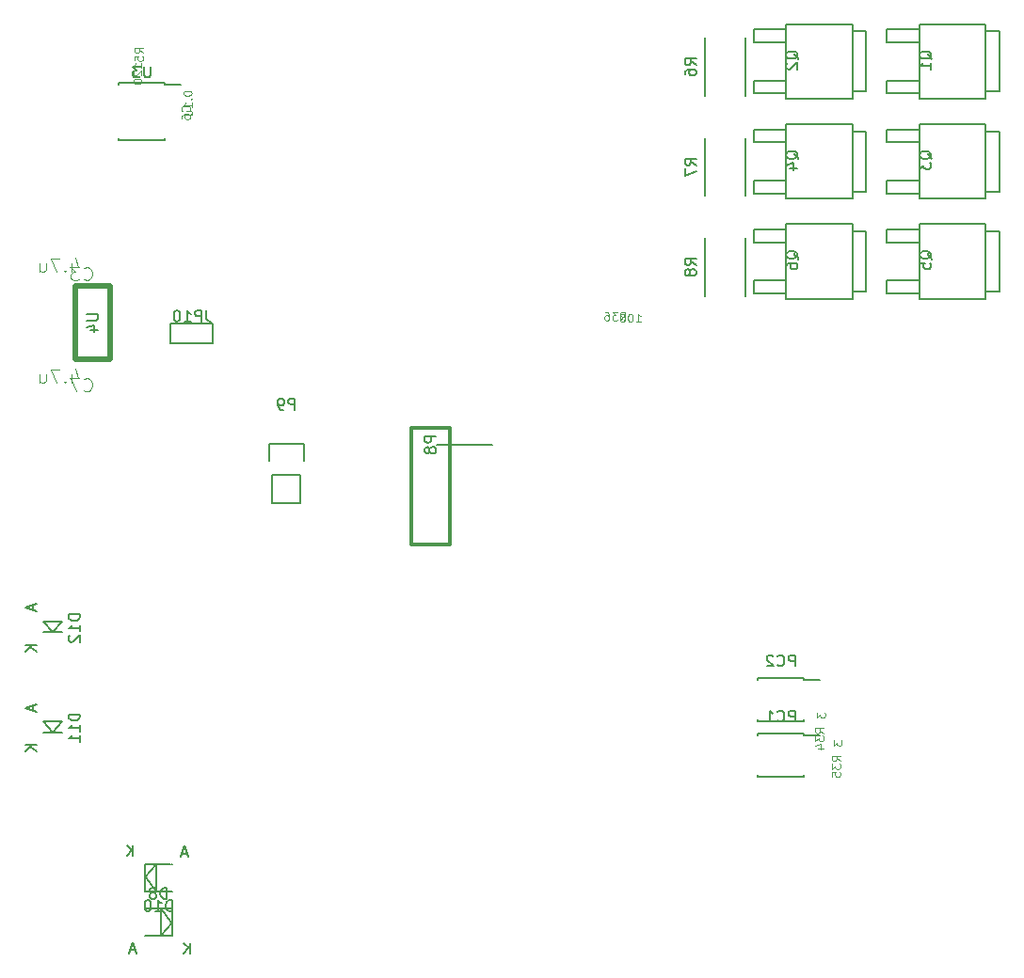
<source format=gbr>
G04 #@! TF.FileFunction,Legend,Bot*
%FSLAX46Y46*%
G04 Gerber Fmt 4.6, Leading zero omitted, Abs format (unit mm)*
G04 Created by KiCad (PCBNEW 4.0.7) date 07/09/18 09:37:45*
%MOMM*%
%LPD*%
G01*
G04 APERTURE LIST*
%ADD10C,0.100000*%
%ADD11C,0.200000*%
%ADD12C,0.150000*%
%ADD13C,0.500000*%
%ADD14C,0.300000*%
%ADD15C,0.101600*%
G04 APERTURE END LIST*
D10*
D11*
X38000000Y-43000000D02*
X43000000Y-43000000D01*
D12*
X17905000Y-33889000D02*
X14095000Y-33889000D01*
X14095000Y-33889000D02*
X14095000Y-32111000D01*
X14095000Y-32111000D02*
X17905000Y-32111000D01*
X17905000Y-33889000D02*
X17905000Y-32111000D01*
X87432300Y-11205100D02*
X88626100Y-11205100D01*
X88626100Y-11205100D02*
X88626100Y-5794900D01*
X88626100Y-5794900D02*
X87419600Y-5794900D01*
X81425200Y-6772800D02*
X78516900Y-6772800D01*
X78516900Y-5629800D02*
X81425200Y-5629800D01*
X78516900Y-6772800D02*
X78516900Y-5629800D01*
X78516900Y-11370200D02*
X78516900Y-10227200D01*
X78516900Y-10227200D02*
X81425200Y-10227200D01*
X81425200Y-11370200D02*
X78516900Y-11370200D01*
X81425200Y-5147200D02*
X87419600Y-5147200D01*
X87419600Y-5147200D02*
X87419600Y-11852800D01*
X87419600Y-11852800D02*
X81425200Y-11852800D01*
X81425200Y-5147200D02*
X81425200Y-11852800D01*
X75432300Y-11205100D02*
X76626100Y-11205100D01*
X76626100Y-11205100D02*
X76626100Y-5794900D01*
X76626100Y-5794900D02*
X75419600Y-5794900D01*
X69425200Y-6772800D02*
X66516900Y-6772800D01*
X66516900Y-5629800D02*
X69425200Y-5629800D01*
X66516900Y-6772800D02*
X66516900Y-5629800D01*
X66516900Y-11370200D02*
X66516900Y-10227200D01*
X66516900Y-10227200D02*
X69425200Y-10227200D01*
X69425200Y-11370200D02*
X66516900Y-11370200D01*
X69425200Y-5147200D02*
X75419600Y-5147200D01*
X75419600Y-5147200D02*
X75419600Y-11852800D01*
X75419600Y-11852800D02*
X69425200Y-11852800D01*
X69425200Y-5147200D02*
X69425200Y-11852800D01*
X87432300Y-20205100D02*
X88626100Y-20205100D01*
X88626100Y-20205100D02*
X88626100Y-14794900D01*
X88626100Y-14794900D02*
X87419600Y-14794900D01*
X81425200Y-15772800D02*
X78516900Y-15772800D01*
X78516900Y-14629800D02*
X81425200Y-14629800D01*
X78516900Y-15772800D02*
X78516900Y-14629800D01*
X78516900Y-20370200D02*
X78516900Y-19227200D01*
X78516900Y-19227200D02*
X81425200Y-19227200D01*
X81425200Y-20370200D02*
X78516900Y-20370200D01*
X81425200Y-14147200D02*
X87419600Y-14147200D01*
X87419600Y-14147200D02*
X87419600Y-20852800D01*
X87419600Y-20852800D02*
X81425200Y-20852800D01*
X81425200Y-14147200D02*
X81425200Y-20852800D01*
X75432300Y-20205100D02*
X76626100Y-20205100D01*
X76626100Y-20205100D02*
X76626100Y-14794900D01*
X76626100Y-14794900D02*
X75419600Y-14794900D01*
X69425200Y-15772800D02*
X66516900Y-15772800D01*
X66516900Y-14629800D02*
X69425200Y-14629800D01*
X66516900Y-15772800D02*
X66516900Y-14629800D01*
X66516900Y-20370200D02*
X66516900Y-19227200D01*
X66516900Y-19227200D02*
X69425200Y-19227200D01*
X69425200Y-20370200D02*
X66516900Y-20370200D01*
X69425200Y-14147200D02*
X75419600Y-14147200D01*
X75419600Y-14147200D02*
X75419600Y-20852800D01*
X75419600Y-20852800D02*
X69425200Y-20852800D01*
X69425200Y-14147200D02*
X69425200Y-20852800D01*
X87432300Y-29205100D02*
X88626100Y-29205100D01*
X88626100Y-29205100D02*
X88626100Y-23794900D01*
X88626100Y-23794900D02*
X87419600Y-23794900D01*
X81425200Y-24772800D02*
X78516900Y-24772800D01*
X78516900Y-23629800D02*
X81425200Y-23629800D01*
X78516900Y-24772800D02*
X78516900Y-23629800D01*
X78516900Y-29370200D02*
X78516900Y-28227200D01*
X78516900Y-28227200D02*
X81425200Y-28227200D01*
X81425200Y-29370200D02*
X78516900Y-29370200D01*
X81425200Y-23147200D02*
X87419600Y-23147200D01*
X87419600Y-23147200D02*
X87419600Y-29852800D01*
X87419600Y-29852800D02*
X81425200Y-29852800D01*
X81425200Y-23147200D02*
X81425200Y-29852800D01*
X75432300Y-29205100D02*
X76626100Y-29205100D01*
X76626100Y-29205100D02*
X76626100Y-23794900D01*
X76626100Y-23794900D02*
X75419600Y-23794900D01*
X69425200Y-24772800D02*
X66516900Y-24772800D01*
X66516900Y-23629800D02*
X69425200Y-23629800D01*
X66516900Y-24772800D02*
X66516900Y-23629800D01*
X66516900Y-29370200D02*
X66516900Y-28227200D01*
X66516900Y-28227200D02*
X69425200Y-28227200D01*
X69425200Y-29370200D02*
X66516900Y-29370200D01*
X69425200Y-23147200D02*
X75419600Y-23147200D01*
X75419600Y-23147200D02*
X75419600Y-29852800D01*
X75419600Y-29852800D02*
X69425200Y-29852800D01*
X69425200Y-23147200D02*
X69425200Y-29852800D01*
X13575000Y-10425000D02*
X13575000Y-10570000D01*
X9425000Y-10425000D02*
X9425000Y-10570000D01*
X9425000Y-15575000D02*
X9425000Y-15430000D01*
X13575000Y-15575000D02*
X13575000Y-15430000D01*
X13575000Y-10425000D02*
X9425000Y-10425000D01*
X13575000Y-15575000D02*
X9425000Y-15575000D01*
X13575000Y-10570000D02*
X14975000Y-10570000D01*
D13*
X5500000Y-35300000D02*
X8600000Y-35300000D01*
X5500000Y-28700000D02*
X8600000Y-28700000D01*
X8600000Y-28700000D02*
X8600000Y-35300000D01*
X5500000Y-28700000D02*
X5500000Y-35300000D01*
D14*
X35700000Y-41500000D02*
X35700000Y-52000000D01*
X35700000Y-52000000D02*
X39200000Y-52000000D01*
X39200000Y-52000000D02*
X39200000Y-41500000D01*
X39200000Y-41500000D02*
X35700000Y-41500000D01*
D12*
X23230000Y-45770000D02*
X23230000Y-48310000D01*
X22950000Y-42950000D02*
X22950000Y-44500000D01*
X23230000Y-45770000D02*
X25770000Y-45770000D01*
X26050000Y-44500000D02*
X26050000Y-42950000D01*
X26050000Y-42950000D02*
X22950000Y-42950000D01*
X25770000Y-45770000D02*
X25770000Y-48310000D01*
X25770000Y-48310000D02*
X23230000Y-48310000D01*
X14150620Y-86000000D02*
X13200660Y-84750320D01*
X13200660Y-84750320D02*
X13200660Y-87249680D01*
X13200660Y-87249680D02*
X14198880Y-86000000D01*
X14198880Y-84750320D02*
X14198880Y-87249680D01*
X11900180Y-84750320D02*
X11801120Y-84750320D01*
X11900180Y-87249680D02*
X11801120Y-87249680D01*
X14198880Y-84750320D02*
X11849380Y-84750320D01*
X14198880Y-87249680D02*
X11950980Y-87249680D01*
X11849380Y-82000000D02*
X12799340Y-83249680D01*
X12799340Y-83249680D02*
X12799340Y-80750320D01*
X12799340Y-80750320D02*
X11801120Y-82000000D01*
X11801120Y-83249680D02*
X11801120Y-80750320D01*
X14099820Y-83249680D02*
X14198880Y-83249680D01*
X14099820Y-80750320D02*
X14198880Y-80750320D01*
X11801120Y-83249680D02*
X14150620Y-83249680D01*
X11801120Y-80750320D02*
X14049020Y-80750320D01*
X3449200Y-68900240D02*
X4350000Y-67899480D01*
X4350000Y-67899480D02*
X2650000Y-67899480D01*
X2650000Y-67899480D02*
X3500000Y-68900240D01*
X4350000Y-68900240D02*
X2650000Y-68900240D01*
X3449200Y-59900240D02*
X4350000Y-58899480D01*
X4350000Y-58899480D02*
X2650000Y-58899480D01*
X2650000Y-58899480D02*
X3500000Y-59900240D01*
X4350000Y-59900240D02*
X2650000Y-59900240D01*
X65825000Y-11600000D02*
X65825000Y-6400000D01*
X62175000Y-6400000D02*
X62175000Y-11600000D01*
X65825000Y-20600000D02*
X65825000Y-15400000D01*
X62175000Y-15400000D02*
X62175000Y-20600000D01*
X65825000Y-29600000D02*
X65825000Y-24400000D01*
X62175000Y-24400000D02*
X62175000Y-29600000D01*
X71075000Y-69025000D02*
X71075000Y-69170000D01*
X66925000Y-69025000D02*
X66925000Y-69170000D01*
X66925000Y-72875000D02*
X66925000Y-72730000D01*
X71075000Y-72875000D02*
X71075000Y-72730000D01*
X71075000Y-69025000D02*
X66925000Y-69025000D01*
X71075000Y-72875000D02*
X66925000Y-72875000D01*
X71075000Y-69170000D02*
X72475000Y-69170000D01*
X71075000Y-64025000D02*
X71075000Y-64170000D01*
X66925000Y-64025000D02*
X66925000Y-64170000D01*
X66925000Y-67875000D02*
X66925000Y-67730000D01*
X71075000Y-67875000D02*
X71075000Y-67730000D01*
X71075000Y-64025000D02*
X66925000Y-64025000D01*
X71075000Y-67875000D02*
X66925000Y-67875000D01*
X71075000Y-64170000D02*
X72475000Y-64170000D01*
X17309523Y-30928381D02*
X17309523Y-31642667D01*
X17357143Y-31785524D01*
X17452381Y-31880762D01*
X17595238Y-31928381D01*
X17690476Y-31928381D01*
X16833333Y-31928381D02*
X16833333Y-30928381D01*
X16452380Y-30928381D01*
X16357142Y-30976000D01*
X16309523Y-31023619D01*
X16261904Y-31118857D01*
X16261904Y-31261714D01*
X16309523Y-31356952D01*
X16357142Y-31404571D01*
X16452380Y-31452190D01*
X16833333Y-31452190D01*
X15309523Y-31928381D02*
X15880952Y-31928381D01*
X15595238Y-31928381D02*
X15595238Y-30928381D01*
X15690476Y-31071238D01*
X15785714Y-31166476D01*
X15880952Y-31214095D01*
X14690476Y-30928381D02*
X14595237Y-30928381D01*
X14499999Y-30976000D01*
X14452380Y-31023619D01*
X14404761Y-31118857D01*
X14357142Y-31309333D01*
X14357142Y-31547429D01*
X14404761Y-31737905D01*
X14452380Y-31833143D01*
X14499999Y-31880762D01*
X14595237Y-31928381D01*
X14690476Y-31928381D01*
X14785714Y-31880762D01*
X14833333Y-31833143D01*
X14880952Y-31737905D01*
X14928571Y-31547429D01*
X14928571Y-31309333D01*
X14880952Y-31118857D01*
X14833333Y-31023619D01*
X14785714Y-30976000D01*
X14690476Y-30928381D01*
X82546859Y-8305702D02*
X82499240Y-8210464D01*
X82404002Y-8115226D01*
X82261145Y-7972369D01*
X82213526Y-7877130D01*
X82213526Y-7781892D01*
X82451621Y-7829511D02*
X82404002Y-7734273D01*
X82308764Y-7639035D01*
X82118288Y-7591416D01*
X81784954Y-7591416D01*
X81594478Y-7639035D01*
X81499240Y-7734273D01*
X81451621Y-7829511D01*
X81451621Y-8019988D01*
X81499240Y-8115226D01*
X81594478Y-8210464D01*
X81784954Y-8258083D01*
X82118288Y-8258083D01*
X82308764Y-8210464D01*
X82404002Y-8115226D01*
X82451621Y-8019988D01*
X82451621Y-7829511D01*
X82451621Y-9210464D02*
X82451621Y-8639035D01*
X82451621Y-8924749D02*
X81451621Y-8924749D01*
X81594478Y-8829511D01*
X81689716Y-8734273D01*
X81737335Y-8639035D01*
X70546859Y-8305702D02*
X70499240Y-8210464D01*
X70404002Y-8115226D01*
X70261145Y-7972369D01*
X70213526Y-7877130D01*
X70213526Y-7781892D01*
X70451621Y-7829511D02*
X70404002Y-7734273D01*
X70308764Y-7639035D01*
X70118288Y-7591416D01*
X69784954Y-7591416D01*
X69594478Y-7639035D01*
X69499240Y-7734273D01*
X69451621Y-7829511D01*
X69451621Y-8019988D01*
X69499240Y-8115226D01*
X69594478Y-8210464D01*
X69784954Y-8258083D01*
X70118288Y-8258083D01*
X70308764Y-8210464D01*
X70404002Y-8115226D01*
X70451621Y-8019988D01*
X70451621Y-7829511D01*
X69546859Y-8639035D02*
X69499240Y-8686654D01*
X69451621Y-8781892D01*
X69451621Y-9019988D01*
X69499240Y-9115226D01*
X69546859Y-9162845D01*
X69642097Y-9210464D01*
X69737335Y-9210464D01*
X69880192Y-9162845D01*
X70451621Y-8591416D01*
X70451621Y-9210464D01*
X82546859Y-17305702D02*
X82499240Y-17210464D01*
X82404002Y-17115226D01*
X82261145Y-16972369D01*
X82213526Y-16877130D01*
X82213526Y-16781892D01*
X82451621Y-16829511D02*
X82404002Y-16734273D01*
X82308764Y-16639035D01*
X82118288Y-16591416D01*
X81784954Y-16591416D01*
X81594478Y-16639035D01*
X81499240Y-16734273D01*
X81451621Y-16829511D01*
X81451621Y-17019988D01*
X81499240Y-17115226D01*
X81594478Y-17210464D01*
X81784954Y-17258083D01*
X82118288Y-17258083D01*
X82308764Y-17210464D01*
X82404002Y-17115226D01*
X82451621Y-17019988D01*
X82451621Y-16829511D01*
X81451621Y-17591416D02*
X81451621Y-18210464D01*
X81832573Y-17877130D01*
X81832573Y-18019988D01*
X81880192Y-18115226D01*
X81927811Y-18162845D01*
X82023050Y-18210464D01*
X82261145Y-18210464D01*
X82356383Y-18162845D01*
X82404002Y-18115226D01*
X82451621Y-18019988D01*
X82451621Y-17734273D01*
X82404002Y-17639035D01*
X82356383Y-17591416D01*
X70546859Y-17305702D02*
X70499240Y-17210464D01*
X70404002Y-17115226D01*
X70261145Y-16972369D01*
X70213526Y-16877130D01*
X70213526Y-16781892D01*
X70451621Y-16829511D02*
X70404002Y-16734273D01*
X70308764Y-16639035D01*
X70118288Y-16591416D01*
X69784954Y-16591416D01*
X69594478Y-16639035D01*
X69499240Y-16734273D01*
X69451621Y-16829511D01*
X69451621Y-17019988D01*
X69499240Y-17115226D01*
X69594478Y-17210464D01*
X69784954Y-17258083D01*
X70118288Y-17258083D01*
X70308764Y-17210464D01*
X70404002Y-17115226D01*
X70451621Y-17019988D01*
X70451621Y-16829511D01*
X69784954Y-18115226D02*
X70451621Y-18115226D01*
X69404002Y-17877130D02*
X70118288Y-17639035D01*
X70118288Y-18258083D01*
X82546859Y-26305702D02*
X82499240Y-26210464D01*
X82404002Y-26115226D01*
X82261145Y-25972369D01*
X82213526Y-25877130D01*
X82213526Y-25781892D01*
X82451621Y-25829511D02*
X82404002Y-25734273D01*
X82308764Y-25639035D01*
X82118288Y-25591416D01*
X81784954Y-25591416D01*
X81594478Y-25639035D01*
X81499240Y-25734273D01*
X81451621Y-25829511D01*
X81451621Y-26019988D01*
X81499240Y-26115226D01*
X81594478Y-26210464D01*
X81784954Y-26258083D01*
X82118288Y-26258083D01*
X82308764Y-26210464D01*
X82404002Y-26115226D01*
X82451621Y-26019988D01*
X82451621Y-25829511D01*
X81451621Y-27162845D02*
X81451621Y-26686654D01*
X81927811Y-26639035D01*
X81880192Y-26686654D01*
X81832573Y-26781892D01*
X81832573Y-27019988D01*
X81880192Y-27115226D01*
X81927811Y-27162845D01*
X82023050Y-27210464D01*
X82261145Y-27210464D01*
X82356383Y-27162845D01*
X82404002Y-27115226D01*
X82451621Y-27019988D01*
X82451621Y-26781892D01*
X82404002Y-26686654D01*
X82356383Y-26639035D01*
X70546859Y-26305702D02*
X70499240Y-26210464D01*
X70404002Y-26115226D01*
X70261145Y-25972369D01*
X70213526Y-25877130D01*
X70213526Y-25781892D01*
X70451621Y-25829511D02*
X70404002Y-25734273D01*
X70308764Y-25639035D01*
X70118288Y-25591416D01*
X69784954Y-25591416D01*
X69594478Y-25639035D01*
X69499240Y-25734273D01*
X69451621Y-25829511D01*
X69451621Y-26019988D01*
X69499240Y-26115226D01*
X69594478Y-26210464D01*
X69784954Y-26258083D01*
X70118288Y-26258083D01*
X70308764Y-26210464D01*
X70404002Y-26115226D01*
X70451621Y-26019988D01*
X70451621Y-25829511D01*
X69451621Y-27115226D02*
X69451621Y-26924749D01*
X69499240Y-26829511D01*
X69546859Y-26781892D01*
X69689716Y-26686654D01*
X69880192Y-26639035D01*
X70261145Y-26639035D01*
X70356383Y-26686654D01*
X70404002Y-26734273D01*
X70451621Y-26829511D01*
X70451621Y-27019988D01*
X70404002Y-27115226D01*
X70356383Y-27162845D01*
X70261145Y-27210464D01*
X70023050Y-27210464D01*
X69927811Y-27162845D01*
X69880192Y-27115226D01*
X69832573Y-27019988D01*
X69832573Y-26829511D01*
X69880192Y-26734273D01*
X69927811Y-26686654D01*
X70023050Y-26639035D01*
X12261905Y-8952381D02*
X12261905Y-9761905D01*
X12214286Y-9857143D01*
X12166667Y-9904762D01*
X12071429Y-9952381D01*
X11880952Y-9952381D01*
X11785714Y-9904762D01*
X11738095Y-9857143D01*
X11690476Y-9761905D01*
X11690476Y-8952381D01*
X11309524Y-8952381D02*
X10690476Y-8952381D01*
X11023810Y-9333333D01*
X10880952Y-9333333D01*
X10785714Y-9380952D01*
X10738095Y-9428571D01*
X10690476Y-9523810D01*
X10690476Y-9761905D01*
X10738095Y-9857143D01*
X10785714Y-9904762D01*
X10880952Y-9952381D01*
X11166667Y-9952381D01*
X11261905Y-9904762D01*
X11309524Y-9857143D01*
X6552381Y-31238095D02*
X7361905Y-31238095D01*
X7457143Y-31285714D01*
X7504762Y-31333333D01*
X7552381Y-31428571D01*
X7552381Y-31619048D01*
X7504762Y-31714286D01*
X7457143Y-31761905D01*
X7361905Y-31809524D01*
X6552381Y-31809524D01*
X6885714Y-32714286D02*
X7552381Y-32714286D01*
X6504762Y-32476190D02*
X7219048Y-32238095D01*
X7219048Y-32857143D01*
D15*
X6253310Y-28097643D02*
X6310762Y-28155095D01*
X6483119Y-28212548D01*
X6598024Y-28212548D01*
X6770381Y-28155095D01*
X6885286Y-28040190D01*
X6942738Y-27925286D01*
X7000190Y-27695476D01*
X7000190Y-27523119D01*
X6942738Y-27293310D01*
X6885286Y-27178405D01*
X6770381Y-27063500D01*
X6598024Y-27006048D01*
X6483119Y-27006048D01*
X6310762Y-27063500D01*
X6253310Y-27120952D01*
X5851143Y-27006048D02*
X5104262Y-27006048D01*
X5506429Y-27465667D01*
X5334071Y-27465667D01*
X5219167Y-27523119D01*
X5161714Y-27580571D01*
X5104262Y-27695476D01*
X5104262Y-27982738D01*
X5161714Y-28097643D01*
X5219167Y-28155095D01*
X5334071Y-28212548D01*
X5678786Y-28212548D01*
X5793690Y-28155095D01*
X5851143Y-28097643D01*
X5195667Y-26638214D02*
X5195667Y-27442548D01*
X5482929Y-26178595D02*
X5770190Y-27040381D01*
X5023310Y-27040381D01*
X4563690Y-27327643D02*
X4506238Y-27385095D01*
X4563690Y-27442548D01*
X4621142Y-27385095D01*
X4563690Y-27327643D01*
X4563690Y-27442548D01*
X4104071Y-26236048D02*
X3299738Y-26236048D01*
X3816809Y-27442548D01*
X2323047Y-26638214D02*
X2323047Y-27442548D01*
X2840118Y-26638214D02*
X2840118Y-27270190D01*
X2782666Y-27385095D01*
X2667761Y-27442548D01*
X2495404Y-27442548D01*
X2380499Y-27385095D01*
X2323047Y-27327643D01*
X6253310Y-38097643D02*
X6310762Y-38155095D01*
X6483119Y-38212548D01*
X6598024Y-38212548D01*
X6770381Y-38155095D01*
X6885286Y-38040190D01*
X6942738Y-37925286D01*
X7000190Y-37695476D01*
X7000190Y-37523119D01*
X6942738Y-37293310D01*
X6885286Y-37178405D01*
X6770381Y-37063500D01*
X6598024Y-37006048D01*
X6483119Y-37006048D01*
X6310762Y-37063500D01*
X6253310Y-37120952D01*
X5851143Y-37006048D02*
X5046810Y-37006048D01*
X5563881Y-38212548D01*
X5195667Y-36638214D02*
X5195667Y-37442548D01*
X5482929Y-36178595D02*
X5770190Y-37040381D01*
X5023310Y-37040381D01*
X4563690Y-37327643D02*
X4506238Y-37385095D01*
X4563690Y-37442548D01*
X4621142Y-37385095D01*
X4563690Y-37327643D01*
X4563690Y-37442548D01*
X4104071Y-36236048D02*
X3299738Y-36236048D01*
X3816809Y-37442548D01*
X2323047Y-36638214D02*
X2323047Y-37442548D01*
X2840118Y-36638214D02*
X2840118Y-37270190D01*
X2782666Y-37385095D01*
X2667761Y-37442548D01*
X2495404Y-37442548D01*
X2380499Y-37385095D01*
X2323047Y-37327643D01*
D10*
X15757857Y-12972143D02*
X15793571Y-12936429D01*
X15829286Y-12829286D01*
X15829286Y-12757857D01*
X15793571Y-12650714D01*
X15722143Y-12579286D01*
X15650714Y-12543571D01*
X15507857Y-12507857D01*
X15400714Y-12507857D01*
X15257857Y-12543571D01*
X15186429Y-12579286D01*
X15115000Y-12650714D01*
X15079286Y-12757857D01*
X15079286Y-12829286D01*
X15115000Y-12936429D01*
X15150714Y-12972143D01*
X15079286Y-13615000D02*
X15079286Y-13472143D01*
X15115000Y-13400714D01*
X15150714Y-13365000D01*
X15257857Y-13293571D01*
X15400714Y-13257857D01*
X15686429Y-13257857D01*
X15757857Y-13293571D01*
X15793571Y-13329286D01*
X15829286Y-13400714D01*
X15829286Y-13543571D01*
X15793571Y-13615000D01*
X15757857Y-13650714D01*
X15686429Y-13686429D01*
X15507857Y-13686429D01*
X15436429Y-13650714D01*
X15400714Y-13615000D01*
X15365000Y-13543571D01*
X15365000Y-13400714D01*
X15400714Y-13329286D01*
X15436429Y-13293571D01*
X15507857Y-13257857D01*
X15214286Y-11321429D02*
X15214286Y-11392857D01*
X15250000Y-11464286D01*
X15285714Y-11500000D01*
X15357143Y-11535714D01*
X15500000Y-11571429D01*
X15678571Y-11571429D01*
X15821429Y-11535714D01*
X15892857Y-11500000D01*
X15928571Y-11464286D01*
X15964286Y-11392857D01*
X15964286Y-11321429D01*
X15928571Y-11250000D01*
X15892857Y-11214286D01*
X15821429Y-11178571D01*
X15678571Y-11142857D01*
X15500000Y-11142857D01*
X15357143Y-11178571D01*
X15285714Y-11214286D01*
X15250000Y-11250000D01*
X15214286Y-11321429D01*
X15892857Y-11892857D02*
X15928571Y-11928572D01*
X15964286Y-11892857D01*
X15928571Y-11857143D01*
X15892857Y-11892857D01*
X15964286Y-11892857D01*
X15964286Y-12642858D02*
X15964286Y-12214286D01*
X15964286Y-12428572D02*
X15214286Y-12428572D01*
X15321429Y-12357143D01*
X15392857Y-12285715D01*
X15428571Y-12214286D01*
X15464286Y-13285715D02*
X15964286Y-13285715D01*
X15464286Y-12964286D02*
X15857143Y-12964286D01*
X15928571Y-13000001D01*
X15964286Y-13071429D01*
X15964286Y-13178572D01*
X15928571Y-13250001D01*
X15892857Y-13285715D01*
X11599286Y-7742143D02*
X11242143Y-7492143D01*
X11599286Y-7313571D02*
X10849286Y-7313571D01*
X10849286Y-7599286D01*
X10885000Y-7670714D01*
X10920714Y-7706429D01*
X10992143Y-7742143D01*
X11099286Y-7742143D01*
X11170714Y-7706429D01*
X11206429Y-7670714D01*
X11242143Y-7599286D01*
X11242143Y-7313571D01*
X10849286Y-8420714D02*
X10849286Y-8063571D01*
X11206429Y-8027857D01*
X11170714Y-8063571D01*
X11135000Y-8135000D01*
X11135000Y-8313571D01*
X11170714Y-8385000D01*
X11206429Y-8420714D01*
X11277857Y-8456429D01*
X11456429Y-8456429D01*
X11527857Y-8420714D01*
X11563571Y-8385000D01*
X11599286Y-8313571D01*
X11599286Y-8135000D01*
X11563571Y-8063571D01*
X11527857Y-8027857D01*
X11464286Y-9071429D02*
X11464286Y-8642857D01*
X11464286Y-8857143D02*
X10714286Y-8857143D01*
X10821429Y-8785714D01*
X10892857Y-8714286D01*
X10928571Y-8642857D01*
X10785714Y-9357143D02*
X10750000Y-9392857D01*
X10714286Y-9464286D01*
X10714286Y-9642857D01*
X10750000Y-9714286D01*
X10785714Y-9750000D01*
X10857143Y-9785715D01*
X10928571Y-9785715D01*
X11035714Y-9750000D01*
X11464286Y-9321429D01*
X11464286Y-9785715D01*
X10714286Y-10250001D02*
X10714286Y-10321429D01*
X10750000Y-10392858D01*
X10785714Y-10428572D01*
X10857143Y-10464286D01*
X11000000Y-10500001D01*
X11178571Y-10500001D01*
X11321429Y-10464286D01*
X11392857Y-10428572D01*
X11428571Y-10392858D01*
X11464286Y-10321429D01*
X11464286Y-10250001D01*
X11428571Y-10178572D01*
X11392857Y-10142858D01*
X11321429Y-10107143D01*
X11178571Y-10071429D01*
X11000000Y-10071429D01*
X10857143Y-10107143D01*
X10785714Y-10142858D01*
X10750000Y-10178572D01*
X10714286Y-10250001D01*
D12*
X37952381Y-42261905D02*
X36952381Y-42261905D01*
X36952381Y-42642858D01*
X37000000Y-42738096D01*
X37047619Y-42785715D01*
X37142857Y-42833334D01*
X37285714Y-42833334D01*
X37380952Y-42785715D01*
X37428571Y-42738096D01*
X37476190Y-42642858D01*
X37476190Y-42261905D01*
X37380952Y-43404762D02*
X37333333Y-43309524D01*
X37285714Y-43261905D01*
X37190476Y-43214286D01*
X37142857Y-43214286D01*
X37047619Y-43261905D01*
X37000000Y-43309524D01*
X36952381Y-43404762D01*
X36952381Y-43595239D01*
X37000000Y-43690477D01*
X37047619Y-43738096D01*
X37142857Y-43785715D01*
X37190476Y-43785715D01*
X37285714Y-43738096D01*
X37333333Y-43690477D01*
X37380952Y-43595239D01*
X37380952Y-43404762D01*
X37428571Y-43309524D01*
X37476190Y-43261905D01*
X37571429Y-43214286D01*
X37761905Y-43214286D01*
X37857143Y-43261905D01*
X37904762Y-43309524D01*
X37952381Y-43404762D01*
X37952381Y-43595239D01*
X37904762Y-43690477D01*
X37857143Y-43738096D01*
X37761905Y-43785715D01*
X37571429Y-43785715D01*
X37476190Y-43738096D01*
X37428571Y-43690477D01*
X37380952Y-43595239D01*
X25238095Y-39852381D02*
X25238095Y-38852381D01*
X24857142Y-38852381D01*
X24761904Y-38900000D01*
X24714285Y-38947619D01*
X24666666Y-39042857D01*
X24666666Y-39185714D01*
X24714285Y-39280952D01*
X24761904Y-39328571D01*
X24857142Y-39376190D01*
X25238095Y-39376190D01*
X24190476Y-39852381D02*
X24000000Y-39852381D01*
X23904761Y-39804762D01*
X23857142Y-39757143D01*
X23761904Y-39614286D01*
X23714285Y-39423810D01*
X23714285Y-39042857D01*
X23761904Y-38947619D01*
X23809523Y-38900000D01*
X23904761Y-38852381D01*
X24095238Y-38852381D01*
X24190476Y-38900000D01*
X24238095Y-38947619D01*
X24285714Y-39042857D01*
X24285714Y-39280952D01*
X24238095Y-39376190D01*
X24190476Y-39423810D01*
X24095238Y-39471429D01*
X23904761Y-39471429D01*
X23809523Y-39423810D01*
X23761904Y-39376190D01*
X23714285Y-39280952D01*
X13738095Y-83912381D02*
X13738095Y-82912381D01*
X13500000Y-82912381D01*
X13357142Y-82960000D01*
X13261904Y-83055238D01*
X13214285Y-83150476D01*
X13166666Y-83340952D01*
X13166666Y-83483810D01*
X13214285Y-83674286D01*
X13261904Y-83769524D01*
X13357142Y-83864762D01*
X13500000Y-83912381D01*
X13738095Y-83912381D01*
X12595238Y-83340952D02*
X12690476Y-83293333D01*
X12738095Y-83245714D01*
X12785714Y-83150476D01*
X12785714Y-83102857D01*
X12738095Y-83007619D01*
X12690476Y-82960000D01*
X12595238Y-82912381D01*
X12404761Y-82912381D01*
X12309523Y-82960000D01*
X12261904Y-83007619D01*
X12214285Y-83102857D01*
X12214285Y-83150476D01*
X12261904Y-83245714D01*
X12309523Y-83293333D01*
X12404761Y-83340952D01*
X12595238Y-83340952D01*
X12690476Y-83388571D01*
X12738095Y-83436190D01*
X12785714Y-83531429D01*
X12785714Y-83721905D01*
X12738095Y-83817143D01*
X12690476Y-83864762D01*
X12595238Y-83912381D01*
X12404761Y-83912381D01*
X12309523Y-83864762D01*
X12261904Y-83817143D01*
X12214285Y-83721905D01*
X12214285Y-83531429D01*
X12261904Y-83436190D01*
X12309523Y-83388571D01*
X12404761Y-83340952D01*
X15811905Y-88852381D02*
X15811905Y-87852381D01*
X15240476Y-88852381D02*
X15669048Y-88280952D01*
X15240476Y-87852381D02*
X15811905Y-88423810D01*
X10888095Y-88516667D02*
X10411904Y-88516667D01*
X10983333Y-88802381D02*
X10650000Y-87802381D01*
X10316666Y-88802381D01*
X14214286Y-84992381D02*
X14214286Y-83992381D01*
X13976191Y-83992381D01*
X13833333Y-84040000D01*
X13738095Y-84135238D01*
X13690476Y-84230476D01*
X13642857Y-84420952D01*
X13642857Y-84563810D01*
X13690476Y-84754286D01*
X13738095Y-84849524D01*
X13833333Y-84944762D01*
X13976191Y-84992381D01*
X14214286Y-84992381D01*
X12690476Y-84992381D02*
X13261905Y-84992381D01*
X12976191Y-84992381D02*
X12976191Y-83992381D01*
X13071429Y-84135238D01*
X13166667Y-84230476D01*
X13261905Y-84278095D01*
X12071429Y-83992381D02*
X11976190Y-83992381D01*
X11880952Y-84040000D01*
X11833333Y-84087619D01*
X11785714Y-84182857D01*
X11738095Y-84373333D01*
X11738095Y-84611429D01*
X11785714Y-84801905D01*
X11833333Y-84897143D01*
X11880952Y-84944762D01*
X11976190Y-84992381D01*
X12071429Y-84992381D01*
X12166667Y-84944762D01*
X12214286Y-84897143D01*
X12261905Y-84801905D01*
X12309524Y-84611429D01*
X12309524Y-84373333D01*
X12261905Y-84182857D01*
X12214286Y-84087619D01*
X12166667Y-84040000D01*
X12071429Y-83992381D01*
X10711905Y-80052381D02*
X10711905Y-79052381D01*
X10140476Y-80052381D02*
X10569048Y-79480952D01*
X10140476Y-79052381D02*
X10711905Y-79623810D01*
X15588095Y-79816667D02*
X15111904Y-79816667D01*
X15683333Y-80102381D02*
X15350000Y-79102381D01*
X15016666Y-80102381D01*
X5902381Y-67285714D02*
X4902381Y-67285714D01*
X4902381Y-67523809D01*
X4950000Y-67666667D01*
X5045238Y-67761905D01*
X5140476Y-67809524D01*
X5330952Y-67857143D01*
X5473810Y-67857143D01*
X5664286Y-67809524D01*
X5759524Y-67761905D01*
X5854762Y-67666667D01*
X5902381Y-67523809D01*
X5902381Y-67285714D01*
X5902381Y-68809524D02*
X5902381Y-68238095D01*
X5902381Y-68523809D02*
X4902381Y-68523809D01*
X5045238Y-68428571D01*
X5140476Y-68333333D01*
X5188095Y-68238095D01*
X5902381Y-69761905D02*
X5902381Y-69190476D01*
X5902381Y-69476190D02*
X4902381Y-69476190D01*
X5045238Y-69380952D01*
X5140476Y-69285714D01*
X5188095Y-69190476D01*
X2002381Y-70038095D02*
X1002381Y-70038095D01*
X2002381Y-70609524D02*
X1430952Y-70180952D01*
X1002381Y-70609524D02*
X1573810Y-70038095D01*
X1716667Y-66461905D02*
X1716667Y-66938096D01*
X2002381Y-66366667D02*
X1002381Y-66700000D01*
X2002381Y-67033334D01*
X5902381Y-58285714D02*
X4902381Y-58285714D01*
X4902381Y-58523809D01*
X4950000Y-58666667D01*
X5045238Y-58761905D01*
X5140476Y-58809524D01*
X5330952Y-58857143D01*
X5473810Y-58857143D01*
X5664286Y-58809524D01*
X5759524Y-58761905D01*
X5854762Y-58666667D01*
X5902381Y-58523809D01*
X5902381Y-58285714D01*
X5902381Y-59809524D02*
X5902381Y-59238095D01*
X5902381Y-59523809D02*
X4902381Y-59523809D01*
X5045238Y-59428571D01*
X5140476Y-59333333D01*
X5188095Y-59238095D01*
X4997619Y-60190476D02*
X4950000Y-60238095D01*
X4902381Y-60333333D01*
X4902381Y-60571429D01*
X4950000Y-60666667D01*
X4997619Y-60714286D01*
X5092857Y-60761905D01*
X5188095Y-60761905D01*
X5330952Y-60714286D01*
X5902381Y-60142857D01*
X5902381Y-60761905D01*
X2002381Y-61038095D02*
X1002381Y-61038095D01*
X2002381Y-61609524D02*
X1430952Y-61180952D01*
X1002381Y-61609524D02*
X1573810Y-61038095D01*
X1716667Y-57461905D02*
X1716667Y-57938096D01*
X2002381Y-57366667D02*
X1002381Y-57700000D01*
X2002381Y-58033334D01*
X61352381Y-8833334D02*
X60876190Y-8500000D01*
X61352381Y-8261905D02*
X60352381Y-8261905D01*
X60352381Y-8642858D01*
X60400000Y-8738096D01*
X60447619Y-8785715D01*
X60542857Y-8833334D01*
X60685714Y-8833334D01*
X60780952Y-8785715D01*
X60828571Y-8738096D01*
X60876190Y-8642858D01*
X60876190Y-8261905D01*
X60352381Y-9690477D02*
X60352381Y-9500000D01*
X60400000Y-9404762D01*
X60447619Y-9357143D01*
X60590476Y-9261905D01*
X60780952Y-9214286D01*
X61161905Y-9214286D01*
X61257143Y-9261905D01*
X61304762Y-9309524D01*
X61352381Y-9404762D01*
X61352381Y-9595239D01*
X61304762Y-9690477D01*
X61257143Y-9738096D01*
X61161905Y-9785715D01*
X60923810Y-9785715D01*
X60828571Y-9738096D01*
X60780952Y-9690477D01*
X60733333Y-9595239D01*
X60733333Y-9404762D01*
X60780952Y-9309524D01*
X60828571Y-9261905D01*
X60923810Y-9214286D01*
X61352381Y-17833334D02*
X60876190Y-17500000D01*
X61352381Y-17261905D02*
X60352381Y-17261905D01*
X60352381Y-17642858D01*
X60400000Y-17738096D01*
X60447619Y-17785715D01*
X60542857Y-17833334D01*
X60685714Y-17833334D01*
X60780952Y-17785715D01*
X60828571Y-17738096D01*
X60876190Y-17642858D01*
X60876190Y-17261905D01*
X60352381Y-18166667D02*
X60352381Y-18833334D01*
X61352381Y-18404762D01*
X61352381Y-26833334D02*
X60876190Y-26500000D01*
X61352381Y-26261905D02*
X60352381Y-26261905D01*
X60352381Y-26642858D01*
X60400000Y-26738096D01*
X60447619Y-26785715D01*
X60542857Y-26833334D01*
X60685714Y-26833334D01*
X60780952Y-26785715D01*
X60828571Y-26738096D01*
X60876190Y-26642858D01*
X60876190Y-26261905D01*
X60780952Y-27404762D02*
X60733333Y-27309524D01*
X60685714Y-27261905D01*
X60590476Y-27214286D01*
X60542857Y-27214286D01*
X60447619Y-27261905D01*
X60400000Y-27309524D01*
X60352381Y-27404762D01*
X60352381Y-27595239D01*
X60400000Y-27690477D01*
X60447619Y-27738096D01*
X60542857Y-27785715D01*
X60590476Y-27785715D01*
X60685714Y-27738096D01*
X60733333Y-27690477D01*
X60780952Y-27595239D01*
X60780952Y-27404762D01*
X60828571Y-27309524D01*
X60876190Y-27261905D01*
X60971429Y-27214286D01*
X61161905Y-27214286D01*
X61257143Y-27261905D01*
X61304762Y-27309524D01*
X61352381Y-27404762D01*
X61352381Y-27595239D01*
X61304762Y-27690477D01*
X61257143Y-27738096D01*
X61161905Y-27785715D01*
X60971429Y-27785715D01*
X60876190Y-27738096D01*
X60828571Y-27690477D01*
X60780952Y-27595239D01*
X70238095Y-67952381D02*
X70238095Y-66952381D01*
X69857142Y-66952381D01*
X69761904Y-67000000D01*
X69714285Y-67047619D01*
X69666666Y-67142857D01*
X69666666Y-67285714D01*
X69714285Y-67380952D01*
X69761904Y-67428571D01*
X69857142Y-67476190D01*
X70238095Y-67476190D01*
X68666666Y-67857143D02*
X68714285Y-67904762D01*
X68857142Y-67952381D01*
X68952380Y-67952381D01*
X69095238Y-67904762D01*
X69190476Y-67809524D01*
X69238095Y-67714286D01*
X69285714Y-67523810D01*
X69285714Y-67380952D01*
X69238095Y-67190476D01*
X69190476Y-67095238D01*
X69095238Y-67000000D01*
X68952380Y-66952381D01*
X68857142Y-66952381D01*
X68714285Y-67000000D01*
X68666666Y-67047619D01*
X67714285Y-67952381D02*
X68285714Y-67952381D01*
X68000000Y-67952381D02*
X68000000Y-66952381D01*
X68095238Y-67095238D01*
X68190476Y-67190476D01*
X68285714Y-67238095D01*
X70238095Y-62952381D02*
X70238095Y-61952381D01*
X69857142Y-61952381D01*
X69761904Y-62000000D01*
X69714285Y-62047619D01*
X69666666Y-62142857D01*
X69666666Y-62285714D01*
X69714285Y-62380952D01*
X69761904Y-62428571D01*
X69857142Y-62476190D01*
X70238095Y-62476190D01*
X68666666Y-62857143D02*
X68714285Y-62904762D01*
X68857142Y-62952381D01*
X68952380Y-62952381D01*
X69095238Y-62904762D01*
X69190476Y-62809524D01*
X69238095Y-62714286D01*
X69285714Y-62523810D01*
X69285714Y-62380952D01*
X69238095Y-62190476D01*
X69190476Y-62095238D01*
X69095238Y-62000000D01*
X68952380Y-61952381D01*
X68857142Y-61952381D01*
X68714285Y-62000000D01*
X68666666Y-62047619D01*
X68285714Y-62047619D02*
X68238095Y-62000000D01*
X68142857Y-61952381D01*
X67904761Y-61952381D01*
X67809523Y-62000000D01*
X67761904Y-62047619D01*
X67714285Y-62142857D01*
X67714285Y-62238095D01*
X67761904Y-62380952D01*
X68333333Y-62952381D01*
X67714285Y-62952381D01*
D10*
X72829286Y-68972143D02*
X72472143Y-68722143D01*
X72829286Y-68543571D02*
X72079286Y-68543571D01*
X72079286Y-68829286D01*
X72115000Y-68900714D01*
X72150714Y-68936429D01*
X72222143Y-68972143D01*
X72329286Y-68972143D01*
X72400714Y-68936429D01*
X72436429Y-68900714D01*
X72472143Y-68829286D01*
X72472143Y-68543571D01*
X72079286Y-69222143D02*
X72079286Y-69686429D01*
X72365000Y-69436429D01*
X72365000Y-69543571D01*
X72400714Y-69615000D01*
X72436429Y-69650714D01*
X72507857Y-69686429D01*
X72686429Y-69686429D01*
X72757857Y-69650714D01*
X72793571Y-69615000D01*
X72829286Y-69543571D01*
X72829286Y-69329286D01*
X72793571Y-69257857D01*
X72757857Y-69222143D01*
X72329286Y-70329286D02*
X72829286Y-70329286D01*
X72043571Y-70150715D02*
X72579286Y-69972143D01*
X72579286Y-70436429D01*
X72214286Y-67107143D02*
X72214286Y-67571429D01*
X72500000Y-67321429D01*
X72500000Y-67428571D01*
X72535714Y-67500000D01*
X72571429Y-67535714D01*
X72642857Y-67571429D01*
X72821429Y-67571429D01*
X72892857Y-67535714D01*
X72928571Y-67500000D01*
X72964286Y-67428571D01*
X72964286Y-67214286D01*
X72928571Y-67142857D01*
X72892857Y-67107143D01*
X74329286Y-71472143D02*
X73972143Y-71222143D01*
X74329286Y-71043571D02*
X73579286Y-71043571D01*
X73579286Y-71329286D01*
X73615000Y-71400714D01*
X73650714Y-71436429D01*
X73722143Y-71472143D01*
X73829286Y-71472143D01*
X73900714Y-71436429D01*
X73936429Y-71400714D01*
X73972143Y-71329286D01*
X73972143Y-71043571D01*
X73579286Y-71722143D02*
X73579286Y-72186429D01*
X73865000Y-71936429D01*
X73865000Y-72043571D01*
X73900714Y-72115000D01*
X73936429Y-72150714D01*
X74007857Y-72186429D01*
X74186429Y-72186429D01*
X74257857Y-72150714D01*
X74293571Y-72115000D01*
X74329286Y-72043571D01*
X74329286Y-71829286D01*
X74293571Y-71757857D01*
X74257857Y-71722143D01*
X73579286Y-72865000D02*
X73579286Y-72507857D01*
X73936429Y-72472143D01*
X73900714Y-72507857D01*
X73865000Y-72579286D01*
X73865000Y-72757857D01*
X73900714Y-72829286D01*
X73936429Y-72865000D01*
X74007857Y-72900715D01*
X74186429Y-72900715D01*
X74257857Y-72865000D01*
X74293571Y-72829286D01*
X74329286Y-72757857D01*
X74329286Y-72579286D01*
X74293571Y-72507857D01*
X74257857Y-72472143D01*
X73714286Y-69607143D02*
X73714286Y-70071429D01*
X74000000Y-69821429D01*
X74000000Y-69928571D01*
X74035714Y-70000000D01*
X74071429Y-70035714D01*
X74142857Y-70071429D01*
X74321429Y-70071429D01*
X74392857Y-70035714D01*
X74428571Y-70000000D01*
X74464286Y-69928571D01*
X74464286Y-69714286D01*
X74428571Y-69642857D01*
X74392857Y-69607143D01*
X54527857Y-31829286D02*
X54777857Y-31472143D01*
X54956429Y-31829286D02*
X54956429Y-31079286D01*
X54670714Y-31079286D01*
X54599286Y-31115000D01*
X54563571Y-31150714D01*
X54527857Y-31222143D01*
X54527857Y-31329286D01*
X54563571Y-31400714D01*
X54599286Y-31436429D01*
X54670714Y-31472143D01*
X54956429Y-31472143D01*
X54277857Y-31079286D02*
X53813571Y-31079286D01*
X54063571Y-31365000D01*
X53956429Y-31365000D01*
X53885000Y-31400714D01*
X53849286Y-31436429D01*
X53813571Y-31507857D01*
X53813571Y-31686429D01*
X53849286Y-31757857D01*
X53885000Y-31793571D01*
X53956429Y-31829286D01*
X54170714Y-31829286D01*
X54242143Y-31793571D01*
X54277857Y-31757857D01*
X53170714Y-31079286D02*
X53313571Y-31079286D01*
X53385000Y-31115000D01*
X53420714Y-31150714D01*
X53492143Y-31257857D01*
X53527857Y-31400714D01*
X53527857Y-31686429D01*
X53492143Y-31757857D01*
X53456428Y-31793571D01*
X53385000Y-31829286D01*
X53242143Y-31829286D01*
X53170714Y-31793571D01*
X53135000Y-31757857D01*
X53099285Y-31686429D01*
X53099285Y-31507857D01*
X53135000Y-31436429D01*
X53170714Y-31400714D01*
X53242143Y-31365000D01*
X53385000Y-31365000D01*
X53456428Y-31400714D01*
X53492143Y-31436429D01*
X53527857Y-31507857D01*
X55928571Y-31964286D02*
X56357143Y-31964286D01*
X56142857Y-31964286D02*
X56142857Y-31214286D01*
X56214286Y-31321429D01*
X56285714Y-31392857D01*
X56357143Y-31428571D01*
X55464285Y-31214286D02*
X55392857Y-31214286D01*
X55321428Y-31250000D01*
X55285714Y-31285714D01*
X55250000Y-31357143D01*
X55214285Y-31500000D01*
X55214285Y-31678571D01*
X55250000Y-31821429D01*
X55285714Y-31892857D01*
X55321428Y-31928571D01*
X55392857Y-31964286D01*
X55464285Y-31964286D01*
X55535714Y-31928571D01*
X55571428Y-31892857D01*
X55607143Y-31821429D01*
X55642857Y-31678571D01*
X55642857Y-31500000D01*
X55607143Y-31357143D01*
X55571428Y-31285714D01*
X55535714Y-31250000D01*
X55464285Y-31214286D01*
X54749999Y-31214286D02*
X54678571Y-31214286D01*
X54607142Y-31250000D01*
X54571428Y-31285714D01*
X54535714Y-31357143D01*
X54499999Y-31500000D01*
X54499999Y-31678571D01*
X54535714Y-31821429D01*
X54571428Y-31892857D01*
X54607142Y-31928571D01*
X54678571Y-31964286D01*
X54749999Y-31964286D01*
X54821428Y-31928571D01*
X54857142Y-31892857D01*
X54892857Y-31821429D01*
X54928571Y-31678571D01*
X54928571Y-31500000D01*
X54892857Y-31357143D01*
X54857142Y-31285714D01*
X54821428Y-31250000D01*
X54749999Y-31214286D01*
M02*

</source>
